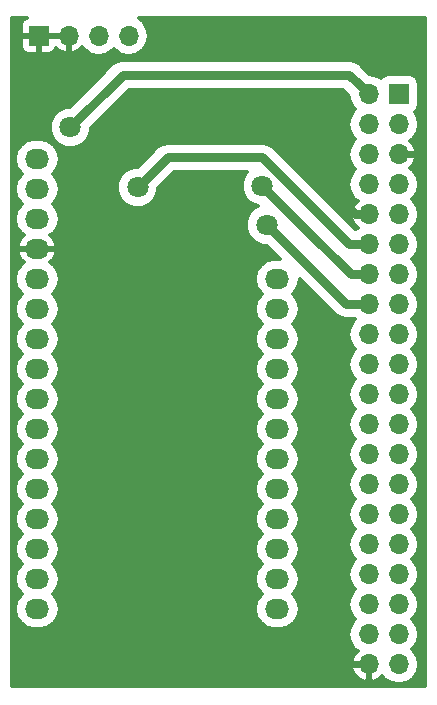
<source format=gbr>
G04 #@! TF.FileFunction,Copper,L1,Top,Signal*
%FSLAX46Y46*%
G04 Gerber Fmt 4.6, Leading zero omitted, Abs format (unit mm)*
G04 Created by KiCad (PCBNEW 4.0.7-e2-6376~58~ubuntu16.04.1) date Tue Oct 31 15:03:55 2017*
%MOMM*%
%LPD*%
G01*
G04 APERTURE LIST*
%ADD10C,0.100000*%
%ADD11O,2.032000X1.727200*%
%ADD12R,1.700000X1.700000*%
%ADD13O,1.700000X1.700000*%
%ADD14C,1.800000*%
%ADD15C,0.800000*%
%ADD16C,0.600000*%
%ADD17C,0.300000*%
G04 APERTURE END LIST*
D10*
D11*
X102108000Y-92837000D03*
X102108000Y-95377000D03*
X102108000Y-97917000D03*
X102108000Y-100457000D03*
X122428000Y-102997000D03*
X102108000Y-102997000D03*
X122428000Y-105537000D03*
X102108000Y-105537000D03*
X122428000Y-108077000D03*
X102108000Y-108077000D03*
X122428000Y-110617000D03*
X102108000Y-110617000D03*
X122428000Y-113157000D03*
X102108000Y-113157000D03*
X122428000Y-115697000D03*
X102108000Y-115697000D03*
X122428000Y-118237000D03*
X102108000Y-118237000D03*
X122428000Y-120777000D03*
X102108000Y-120777000D03*
X122428000Y-123317000D03*
X102108000Y-123317000D03*
X122428000Y-125857000D03*
X102108000Y-125857000D03*
X122428000Y-128397000D03*
X102108000Y-128397000D03*
X122428000Y-130937000D03*
X102108000Y-130937000D03*
D12*
X132715000Y-87376000D03*
D13*
X130175000Y-87376000D03*
X132715000Y-89916000D03*
X130175000Y-89916000D03*
X132715000Y-92456000D03*
X130175000Y-92456000D03*
X132715000Y-94996000D03*
X130175000Y-94996000D03*
X132715000Y-97536000D03*
X130175000Y-97536000D03*
X132715000Y-100076000D03*
X130175000Y-100076000D03*
X132715000Y-102616000D03*
X130175000Y-102616000D03*
X132715000Y-105156000D03*
X130175000Y-105156000D03*
X132715000Y-107696000D03*
X130175000Y-107696000D03*
X132715000Y-110236000D03*
X130175000Y-110236000D03*
X132715000Y-112776000D03*
X130175000Y-112776000D03*
X132715000Y-115316000D03*
X130175000Y-115316000D03*
X132715000Y-117856000D03*
X130175000Y-117856000D03*
X132715000Y-120396000D03*
X130175000Y-120396000D03*
X132715000Y-122936000D03*
X130175000Y-122936000D03*
X132715000Y-125476000D03*
X130175000Y-125476000D03*
X132715000Y-128016000D03*
X130175000Y-128016000D03*
X132715000Y-130556000D03*
X130175000Y-130556000D03*
X132715000Y-133096000D03*
X130175000Y-133096000D03*
X132715000Y-135636000D03*
X130175000Y-135636000D03*
D12*
X102235000Y-82423000D03*
D13*
X104775000Y-82423000D03*
X107315000Y-82423000D03*
X109855000Y-82423000D03*
D14*
X104902000Y-90170000D03*
X107315000Y-95250000D03*
X110617000Y-95250000D03*
X121153796Y-95123000D03*
X121539000Y-98425000D03*
D15*
X128524000Y-85725000D02*
X109347000Y-85725000D01*
X109347000Y-85725000D02*
X104902000Y-90170000D01*
X129325001Y-86526001D02*
X128524000Y-85725000D01*
X130175000Y-87376000D02*
X129325001Y-86526001D01*
X122241919Y-90805000D02*
X111760000Y-90805000D01*
X111760000Y-90805000D02*
X107315000Y-95250000D01*
X130175000Y-97536000D02*
X128972919Y-97536000D01*
X128972919Y-97536000D02*
X122241919Y-90805000D01*
X114935000Y-92710000D02*
X121158000Y-92710000D01*
X128524000Y-100076000D02*
X130175000Y-100076000D01*
X121158000Y-92710000D02*
X128524000Y-100076000D01*
X114300000Y-92710000D02*
X114935000Y-92710000D01*
X113157000Y-92710000D02*
X110617000Y-95250000D01*
X114935000Y-92710000D02*
X113157000Y-92710000D01*
X124714000Y-98683204D02*
X121153796Y-95123000D01*
X130175000Y-102616000D02*
X128646796Y-102616000D01*
X128646796Y-102616000D02*
X124714000Y-98683204D01*
X130175000Y-105156000D02*
X128270000Y-105156000D01*
X121539000Y-98425000D02*
X124587000Y-101473000D01*
X128270000Y-105156000D02*
X124587000Y-101473000D01*
D16*
X129921000Y-105156000D02*
X130175000Y-105156000D01*
D17*
G36*
X101012273Y-81015175D02*
X100827174Y-81200273D01*
X100727000Y-81442116D01*
X100727000Y-82154500D01*
X100891500Y-82319000D01*
X102131000Y-82319000D01*
X102131000Y-82299000D01*
X102339000Y-82299000D01*
X102339000Y-82319000D01*
X104671000Y-82319000D01*
X104671000Y-82299000D01*
X104879000Y-82299000D01*
X104879000Y-82319000D01*
X104899000Y-82319000D01*
X104899000Y-82527000D01*
X104879000Y-82527000D01*
X104879000Y-83762469D01*
X105113061Y-83892619D01*
X105575137Y-83701228D01*
X105922720Y-83373735D01*
X106112918Y-83658387D01*
X106664438Y-84026900D01*
X107315000Y-84156305D01*
X107965562Y-84026900D01*
X108517082Y-83658387D01*
X108585000Y-83556740D01*
X108652918Y-83658387D01*
X109204438Y-84026900D01*
X109855000Y-84156305D01*
X110505562Y-84026900D01*
X111057082Y-83658387D01*
X111425595Y-83106867D01*
X111555000Y-82456305D01*
X111555000Y-82389695D01*
X111425595Y-81739133D01*
X111057082Y-81187613D01*
X110679019Y-80935000D01*
X134965000Y-80935000D01*
X134965000Y-137505000D01*
X99985000Y-137505000D01*
X99985000Y-135974061D01*
X128705381Y-135974061D01*
X128896772Y-136436137D01*
X129300270Y-136864387D01*
X129836938Y-137105626D01*
X130071000Y-136975917D01*
X130071000Y-135740000D01*
X128835531Y-135740000D01*
X128705381Y-135974061D01*
X99985000Y-135974061D01*
X99985000Y-102997000D01*
X100205443Y-102997000D01*
X100335883Y-103652766D01*
X100707345Y-104208698D01*
X100794600Y-104267000D01*
X100707345Y-104325302D01*
X100335883Y-104881234D01*
X100205443Y-105537000D01*
X100335883Y-106192766D01*
X100707345Y-106748698D01*
X100794600Y-106807000D01*
X100707345Y-106865302D01*
X100335883Y-107421234D01*
X100205443Y-108077000D01*
X100335883Y-108732766D01*
X100707345Y-109288698D01*
X100794600Y-109347000D01*
X100707345Y-109405302D01*
X100335883Y-109961234D01*
X100205443Y-110617000D01*
X100335883Y-111272766D01*
X100707345Y-111828698D01*
X100794600Y-111887000D01*
X100707345Y-111945302D01*
X100335883Y-112501234D01*
X100205443Y-113157000D01*
X100335883Y-113812766D01*
X100707345Y-114368698D01*
X100794600Y-114427000D01*
X100707345Y-114485302D01*
X100335883Y-115041234D01*
X100205443Y-115697000D01*
X100335883Y-116352766D01*
X100707345Y-116908698D01*
X100794600Y-116967000D01*
X100707345Y-117025302D01*
X100335883Y-117581234D01*
X100205443Y-118237000D01*
X100335883Y-118892766D01*
X100707345Y-119448698D01*
X100794600Y-119507000D01*
X100707345Y-119565302D01*
X100335883Y-120121234D01*
X100205443Y-120777000D01*
X100335883Y-121432766D01*
X100707345Y-121988698D01*
X100794600Y-122047000D01*
X100707345Y-122105302D01*
X100335883Y-122661234D01*
X100205443Y-123317000D01*
X100335883Y-123972766D01*
X100707345Y-124528698D01*
X100794600Y-124587000D01*
X100707345Y-124645302D01*
X100335883Y-125201234D01*
X100205443Y-125857000D01*
X100335883Y-126512766D01*
X100707345Y-127068698D01*
X100794600Y-127127000D01*
X100707345Y-127185302D01*
X100335883Y-127741234D01*
X100205443Y-128397000D01*
X100335883Y-129052766D01*
X100707345Y-129608698D01*
X100794600Y-129667000D01*
X100707345Y-129725302D01*
X100335883Y-130281234D01*
X100205443Y-130937000D01*
X100335883Y-131592766D01*
X100707345Y-132148698D01*
X101263277Y-132520160D01*
X101919043Y-132650600D01*
X102296957Y-132650600D01*
X102952723Y-132520160D01*
X103508655Y-132148698D01*
X103880117Y-131592766D01*
X104010557Y-130937000D01*
X103880117Y-130281234D01*
X103508655Y-129725302D01*
X103421400Y-129667000D01*
X103508655Y-129608698D01*
X103880117Y-129052766D01*
X104010557Y-128397000D01*
X103880117Y-127741234D01*
X103508655Y-127185302D01*
X103421400Y-127127000D01*
X103508655Y-127068698D01*
X103880117Y-126512766D01*
X104010557Y-125857000D01*
X103880117Y-125201234D01*
X103508655Y-124645302D01*
X103421400Y-124587000D01*
X103508655Y-124528698D01*
X103880117Y-123972766D01*
X104010557Y-123317000D01*
X103880117Y-122661234D01*
X103508655Y-122105302D01*
X103421400Y-122047000D01*
X103508655Y-121988698D01*
X103880117Y-121432766D01*
X104010557Y-120777000D01*
X103880117Y-120121234D01*
X103508655Y-119565302D01*
X103421400Y-119507000D01*
X103508655Y-119448698D01*
X103880117Y-118892766D01*
X104010557Y-118237000D01*
X103880117Y-117581234D01*
X103508655Y-117025302D01*
X103421400Y-116967000D01*
X103508655Y-116908698D01*
X103880117Y-116352766D01*
X104010557Y-115697000D01*
X103880117Y-115041234D01*
X103508655Y-114485302D01*
X103421400Y-114427000D01*
X103508655Y-114368698D01*
X103880117Y-113812766D01*
X104010557Y-113157000D01*
X103880117Y-112501234D01*
X103508655Y-111945302D01*
X103421400Y-111887000D01*
X103508655Y-111828698D01*
X103880117Y-111272766D01*
X104010557Y-110617000D01*
X103880117Y-109961234D01*
X103508655Y-109405302D01*
X103421400Y-109347000D01*
X103508655Y-109288698D01*
X103880117Y-108732766D01*
X104010557Y-108077000D01*
X103880117Y-107421234D01*
X103508655Y-106865302D01*
X103421400Y-106807000D01*
X103508655Y-106748698D01*
X103880117Y-106192766D01*
X104010557Y-105537000D01*
X103880117Y-104881234D01*
X103508655Y-104325302D01*
X103421400Y-104267000D01*
X103508655Y-104208698D01*
X103880117Y-103652766D01*
X104010557Y-102997000D01*
X103880117Y-102341234D01*
X103508655Y-101785302D01*
X103227102Y-101597174D01*
X103464287Y-101391500D01*
X103730264Y-100859658D01*
X103743483Y-100797194D01*
X103613509Y-100561000D01*
X102212000Y-100561000D01*
X102212000Y-100581000D01*
X102004000Y-100581000D01*
X102004000Y-100561000D01*
X100602491Y-100561000D01*
X100472517Y-100797194D01*
X100485736Y-100859658D01*
X100751713Y-101391500D01*
X100988898Y-101597174D01*
X100707345Y-101785302D01*
X100335883Y-102341234D01*
X100205443Y-102997000D01*
X99985000Y-102997000D01*
X99985000Y-92837000D01*
X100205443Y-92837000D01*
X100335883Y-93492766D01*
X100707345Y-94048698D01*
X100794600Y-94107000D01*
X100707345Y-94165302D01*
X100335883Y-94721234D01*
X100205443Y-95377000D01*
X100335883Y-96032766D01*
X100707345Y-96588698D01*
X100794600Y-96647000D01*
X100707345Y-96705302D01*
X100335883Y-97261234D01*
X100205443Y-97917000D01*
X100335883Y-98572766D01*
X100707345Y-99128698D01*
X100988898Y-99316826D01*
X100751713Y-99522500D01*
X100485736Y-100054342D01*
X100472517Y-100116806D01*
X100602491Y-100353000D01*
X102004000Y-100353000D01*
X102004000Y-100333000D01*
X102212000Y-100333000D01*
X102212000Y-100353000D01*
X103613509Y-100353000D01*
X103743483Y-100116806D01*
X103730264Y-100054342D01*
X103464287Y-99522500D01*
X103227102Y-99316826D01*
X103508655Y-99128698D01*
X103880117Y-98572766D01*
X104010557Y-97917000D01*
X103880117Y-97261234D01*
X103508655Y-96705302D01*
X103421400Y-96647000D01*
X103508655Y-96588698D01*
X103880117Y-96032766D01*
X104010557Y-95377000D01*
X103880117Y-94721234D01*
X103508655Y-94165302D01*
X103421400Y-94107000D01*
X103508655Y-94048698D01*
X103880117Y-93492766D01*
X104010557Y-92837000D01*
X103880117Y-92181234D01*
X103508655Y-91625302D01*
X102952723Y-91253840D01*
X102296957Y-91123400D01*
X101919043Y-91123400D01*
X101263277Y-91253840D01*
X100707345Y-91625302D01*
X100335883Y-92181234D01*
X100205443Y-92837000D01*
X99985000Y-92837000D01*
X99985000Y-90516569D01*
X103151696Y-90516569D01*
X103417557Y-91160001D01*
X103909410Y-91652713D01*
X104552376Y-91919696D01*
X105248569Y-91920304D01*
X105892001Y-91654443D01*
X106384713Y-91162590D01*
X106651696Y-90519624D01*
X106651986Y-90187780D01*
X109864767Y-86975000D01*
X128006234Y-86975000D01*
X128441117Y-87409884D01*
X128441120Y-87409886D01*
X128450252Y-87419018D01*
X128571100Y-88026562D01*
X128939613Y-88578082D01*
X129041260Y-88646000D01*
X128939613Y-88713918D01*
X128571100Y-89265438D01*
X128441695Y-89916000D01*
X128571100Y-90566562D01*
X128939613Y-91118082D01*
X129041260Y-91186000D01*
X128939613Y-91253918D01*
X128571100Y-91805438D01*
X128441695Y-92456000D01*
X128571100Y-93106562D01*
X128939613Y-93658082D01*
X129041260Y-93726000D01*
X128939613Y-93793918D01*
X128571100Y-94345438D01*
X128441695Y-94996000D01*
X128571100Y-95646562D01*
X128939613Y-96198082D01*
X129224265Y-96388280D01*
X128896772Y-96735863D01*
X128705381Y-97197939D01*
X128835531Y-97432000D01*
X130071000Y-97432000D01*
X130071000Y-97412000D01*
X130279000Y-97412000D01*
X130279000Y-97432000D01*
X130299000Y-97432000D01*
X130299000Y-97640000D01*
X130279000Y-97640000D01*
X130279000Y-97660000D01*
X130071000Y-97660000D01*
X130071000Y-97640000D01*
X128835531Y-97640000D01*
X128705381Y-97874061D01*
X128896772Y-98336137D01*
X129224265Y-98683720D01*
X129029575Y-98813808D01*
X122041883Y-91826117D01*
X121636354Y-91555151D01*
X121158000Y-91460000D01*
X113157000Y-91460000D01*
X112758010Y-91539365D01*
X112678645Y-91555151D01*
X112273116Y-91826117D01*
X110599250Y-93499983D01*
X110270431Y-93499696D01*
X109626999Y-93765557D01*
X109134287Y-94257410D01*
X108867304Y-94900376D01*
X108866696Y-95596569D01*
X109132557Y-96240001D01*
X109624410Y-96732713D01*
X110267376Y-96999696D01*
X110963569Y-97000304D01*
X111607001Y-96734443D01*
X112099713Y-96242590D01*
X112366696Y-95599624D01*
X112366986Y-95267781D01*
X113674767Y-93960000D01*
X119841791Y-93960000D01*
X119671083Y-94130410D01*
X119404100Y-94773376D01*
X119403492Y-95469569D01*
X119669353Y-96113001D01*
X120161206Y-96605713D01*
X120758816Y-96853862D01*
X120548999Y-96940557D01*
X120056287Y-97432410D01*
X119789304Y-98075376D01*
X119788696Y-98771569D01*
X120054557Y-99415001D01*
X120546410Y-99907713D01*
X121189376Y-100174696D01*
X121521220Y-100174986D01*
X122632781Y-101286548D01*
X122616957Y-101283400D01*
X122239043Y-101283400D01*
X121583277Y-101413840D01*
X121027345Y-101785302D01*
X120655883Y-102341234D01*
X120525443Y-102997000D01*
X120655883Y-103652766D01*
X121027345Y-104208698D01*
X121114600Y-104267000D01*
X121027345Y-104325302D01*
X120655883Y-104881234D01*
X120525443Y-105537000D01*
X120655883Y-106192766D01*
X121027345Y-106748698D01*
X121114600Y-106807000D01*
X121027345Y-106865302D01*
X120655883Y-107421234D01*
X120525443Y-108077000D01*
X120655883Y-108732766D01*
X121027345Y-109288698D01*
X121114600Y-109347000D01*
X121027345Y-109405302D01*
X120655883Y-109961234D01*
X120525443Y-110617000D01*
X120655883Y-111272766D01*
X121027345Y-111828698D01*
X121114600Y-111887000D01*
X121027345Y-111945302D01*
X120655883Y-112501234D01*
X120525443Y-113157000D01*
X120655883Y-113812766D01*
X121027345Y-114368698D01*
X121114600Y-114427000D01*
X121027345Y-114485302D01*
X120655883Y-115041234D01*
X120525443Y-115697000D01*
X120655883Y-116352766D01*
X121027345Y-116908698D01*
X121114600Y-116967000D01*
X121027345Y-117025302D01*
X120655883Y-117581234D01*
X120525443Y-118237000D01*
X120655883Y-118892766D01*
X121027345Y-119448698D01*
X121114600Y-119507000D01*
X121027345Y-119565302D01*
X120655883Y-120121234D01*
X120525443Y-120777000D01*
X120655883Y-121432766D01*
X121027345Y-121988698D01*
X121114600Y-122047000D01*
X121027345Y-122105302D01*
X120655883Y-122661234D01*
X120525443Y-123317000D01*
X120655883Y-123972766D01*
X121027345Y-124528698D01*
X121114600Y-124587000D01*
X121027345Y-124645302D01*
X120655883Y-125201234D01*
X120525443Y-125857000D01*
X120655883Y-126512766D01*
X121027345Y-127068698D01*
X121114600Y-127127000D01*
X121027345Y-127185302D01*
X120655883Y-127741234D01*
X120525443Y-128397000D01*
X120655883Y-129052766D01*
X121027345Y-129608698D01*
X121114600Y-129667000D01*
X121027345Y-129725302D01*
X120655883Y-130281234D01*
X120525443Y-130937000D01*
X120655883Y-131592766D01*
X121027345Y-132148698D01*
X121583277Y-132520160D01*
X122239043Y-132650600D01*
X122616957Y-132650600D01*
X123272723Y-132520160D01*
X123828655Y-132148698D01*
X124200117Y-131592766D01*
X124330557Y-130937000D01*
X124200117Y-130281234D01*
X123828655Y-129725302D01*
X123741400Y-129667000D01*
X123828655Y-129608698D01*
X124200117Y-129052766D01*
X124330557Y-128397000D01*
X124200117Y-127741234D01*
X123828655Y-127185302D01*
X123741400Y-127127000D01*
X123828655Y-127068698D01*
X124200117Y-126512766D01*
X124330557Y-125857000D01*
X124200117Y-125201234D01*
X123828655Y-124645302D01*
X123741400Y-124587000D01*
X123828655Y-124528698D01*
X124200117Y-123972766D01*
X124330557Y-123317000D01*
X124200117Y-122661234D01*
X123828655Y-122105302D01*
X123741400Y-122047000D01*
X123828655Y-121988698D01*
X124200117Y-121432766D01*
X124330557Y-120777000D01*
X124200117Y-120121234D01*
X123828655Y-119565302D01*
X123741400Y-119507000D01*
X123828655Y-119448698D01*
X124200117Y-118892766D01*
X124330557Y-118237000D01*
X124200117Y-117581234D01*
X123828655Y-117025302D01*
X123741400Y-116967000D01*
X123828655Y-116908698D01*
X124200117Y-116352766D01*
X124330557Y-115697000D01*
X124200117Y-115041234D01*
X123828655Y-114485302D01*
X123741400Y-114427000D01*
X123828655Y-114368698D01*
X124200117Y-113812766D01*
X124330557Y-113157000D01*
X124200117Y-112501234D01*
X123828655Y-111945302D01*
X123741400Y-111887000D01*
X123828655Y-111828698D01*
X124200117Y-111272766D01*
X124330557Y-110617000D01*
X124200117Y-109961234D01*
X123828655Y-109405302D01*
X123741400Y-109347000D01*
X123828655Y-109288698D01*
X124200117Y-108732766D01*
X124330557Y-108077000D01*
X124200117Y-107421234D01*
X123828655Y-106865302D01*
X123741400Y-106807000D01*
X123828655Y-106748698D01*
X124200117Y-106192766D01*
X124330557Y-105537000D01*
X124200117Y-104881234D01*
X123828655Y-104325302D01*
X123741400Y-104267000D01*
X123828655Y-104208698D01*
X124200117Y-103652766D01*
X124330557Y-102997000D01*
X124327409Y-102981175D01*
X127386117Y-106039884D01*
X127784389Y-106306000D01*
X127791646Y-106310849D01*
X128270000Y-106406000D01*
X129011328Y-106406000D01*
X129041260Y-106426000D01*
X128939613Y-106493918D01*
X128571100Y-107045438D01*
X128441695Y-107696000D01*
X128571100Y-108346562D01*
X128939613Y-108898082D01*
X129041260Y-108966000D01*
X128939613Y-109033918D01*
X128571100Y-109585438D01*
X128441695Y-110236000D01*
X128571100Y-110886562D01*
X128939613Y-111438082D01*
X129041260Y-111506000D01*
X128939613Y-111573918D01*
X128571100Y-112125438D01*
X128441695Y-112776000D01*
X128571100Y-113426562D01*
X128939613Y-113978082D01*
X129041260Y-114046000D01*
X128939613Y-114113918D01*
X128571100Y-114665438D01*
X128441695Y-115316000D01*
X128571100Y-115966562D01*
X128939613Y-116518082D01*
X129041260Y-116586000D01*
X128939613Y-116653918D01*
X128571100Y-117205438D01*
X128441695Y-117856000D01*
X128571100Y-118506562D01*
X128939613Y-119058082D01*
X129041260Y-119126000D01*
X128939613Y-119193918D01*
X128571100Y-119745438D01*
X128441695Y-120396000D01*
X128571100Y-121046562D01*
X128939613Y-121598082D01*
X129041260Y-121666000D01*
X128939613Y-121733918D01*
X128571100Y-122285438D01*
X128441695Y-122936000D01*
X128571100Y-123586562D01*
X128939613Y-124138082D01*
X129041260Y-124206000D01*
X128939613Y-124273918D01*
X128571100Y-124825438D01*
X128441695Y-125476000D01*
X128571100Y-126126562D01*
X128939613Y-126678082D01*
X129041260Y-126746000D01*
X128939613Y-126813918D01*
X128571100Y-127365438D01*
X128441695Y-128016000D01*
X128571100Y-128666562D01*
X128939613Y-129218082D01*
X129041260Y-129286000D01*
X128939613Y-129353918D01*
X128571100Y-129905438D01*
X128441695Y-130556000D01*
X128571100Y-131206562D01*
X128939613Y-131758082D01*
X129041260Y-131826000D01*
X128939613Y-131893918D01*
X128571100Y-132445438D01*
X128441695Y-133096000D01*
X128571100Y-133746562D01*
X128939613Y-134298082D01*
X129224265Y-134488280D01*
X128896772Y-134835863D01*
X128705381Y-135297939D01*
X128835531Y-135532000D01*
X130071000Y-135532000D01*
X130071000Y-135512000D01*
X130279000Y-135512000D01*
X130279000Y-135532000D01*
X130299000Y-135532000D01*
X130299000Y-135740000D01*
X130279000Y-135740000D01*
X130279000Y-136975917D01*
X130513062Y-137105626D01*
X131049730Y-136864387D01*
X131311530Y-136586527D01*
X131479613Y-136838082D01*
X132031133Y-137206595D01*
X132681695Y-137336000D01*
X132748305Y-137336000D01*
X133398867Y-137206595D01*
X133950387Y-136838082D01*
X134318900Y-136286562D01*
X134448305Y-135636000D01*
X134318900Y-134985438D01*
X133950387Y-134433918D01*
X133848740Y-134366000D01*
X133950387Y-134298082D01*
X134318900Y-133746562D01*
X134448305Y-133096000D01*
X134318900Y-132445438D01*
X133950387Y-131893918D01*
X133848740Y-131826000D01*
X133950387Y-131758082D01*
X134318900Y-131206562D01*
X134448305Y-130556000D01*
X134318900Y-129905438D01*
X133950387Y-129353918D01*
X133848740Y-129286000D01*
X133950387Y-129218082D01*
X134318900Y-128666562D01*
X134448305Y-128016000D01*
X134318900Y-127365438D01*
X133950387Y-126813918D01*
X133848740Y-126746000D01*
X133950387Y-126678082D01*
X134318900Y-126126562D01*
X134448305Y-125476000D01*
X134318900Y-124825438D01*
X133950387Y-124273918D01*
X133848740Y-124206000D01*
X133950387Y-124138082D01*
X134318900Y-123586562D01*
X134448305Y-122936000D01*
X134318900Y-122285438D01*
X133950387Y-121733918D01*
X133848740Y-121666000D01*
X133950387Y-121598082D01*
X134318900Y-121046562D01*
X134448305Y-120396000D01*
X134318900Y-119745438D01*
X133950387Y-119193918D01*
X133848740Y-119126000D01*
X133950387Y-119058082D01*
X134318900Y-118506562D01*
X134448305Y-117856000D01*
X134318900Y-117205438D01*
X133950387Y-116653918D01*
X133848740Y-116586000D01*
X133950387Y-116518082D01*
X134318900Y-115966562D01*
X134448305Y-115316000D01*
X134318900Y-114665438D01*
X133950387Y-114113918D01*
X133848740Y-114046000D01*
X133950387Y-113978082D01*
X134318900Y-113426562D01*
X134448305Y-112776000D01*
X134318900Y-112125438D01*
X133950387Y-111573918D01*
X133848740Y-111506000D01*
X133950387Y-111438082D01*
X134318900Y-110886562D01*
X134448305Y-110236000D01*
X134318900Y-109585438D01*
X133950387Y-109033918D01*
X133848740Y-108966000D01*
X133950387Y-108898082D01*
X134318900Y-108346562D01*
X134448305Y-107696000D01*
X134318900Y-107045438D01*
X133950387Y-106493918D01*
X133848740Y-106426000D01*
X133950387Y-106358082D01*
X134318900Y-105806562D01*
X134448305Y-105156000D01*
X134318900Y-104505438D01*
X133950387Y-103953918D01*
X133848740Y-103886000D01*
X133950387Y-103818082D01*
X134318900Y-103266562D01*
X134448305Y-102616000D01*
X134318900Y-101965438D01*
X133950387Y-101413918D01*
X133848740Y-101346000D01*
X133950387Y-101278082D01*
X134318900Y-100726562D01*
X134448305Y-100076000D01*
X134318900Y-99425438D01*
X133950387Y-98873918D01*
X133848740Y-98806000D01*
X133950387Y-98738082D01*
X134318900Y-98186562D01*
X134448305Y-97536000D01*
X134318900Y-96885438D01*
X133950387Y-96333918D01*
X133848740Y-96266000D01*
X133950387Y-96198082D01*
X134318900Y-95646562D01*
X134448305Y-94996000D01*
X134318900Y-94345438D01*
X133950387Y-93793918D01*
X133665735Y-93603720D01*
X133993228Y-93256137D01*
X134184619Y-92794061D01*
X134054469Y-92560000D01*
X132819000Y-92560000D01*
X132819000Y-92580000D01*
X132611000Y-92580000D01*
X132611000Y-92560000D01*
X132591000Y-92560000D01*
X132591000Y-92352000D01*
X132611000Y-92352000D01*
X132611000Y-92332000D01*
X132819000Y-92332000D01*
X132819000Y-92352000D01*
X134054469Y-92352000D01*
X134184619Y-92117939D01*
X133993228Y-91655863D01*
X133665735Y-91308280D01*
X133950387Y-91118082D01*
X134318900Y-90566562D01*
X134448305Y-89916000D01*
X134318900Y-89265438D01*
X134078496Y-88905648D01*
X134169291Y-88847223D01*
X134363372Y-88563176D01*
X134431652Y-88226000D01*
X134431652Y-86526000D01*
X134372382Y-86211009D01*
X134186223Y-85921709D01*
X133902176Y-85727628D01*
X133565000Y-85659348D01*
X131865000Y-85659348D01*
X131550009Y-85718618D01*
X131260709Y-85904777D01*
X131181370Y-86020894D01*
X130858867Y-85805405D01*
X130251323Y-85684557D01*
X130208886Y-85642120D01*
X130208884Y-85642117D01*
X129407883Y-84841117D01*
X129002354Y-84570151D01*
X128524000Y-84475000D01*
X109347000Y-84475000D01*
X108868646Y-84570151D01*
X108463116Y-84841117D01*
X104884251Y-88419983D01*
X104555431Y-88419696D01*
X103911999Y-88685557D01*
X103419287Y-89177410D01*
X103152304Y-89820376D01*
X103151696Y-90516569D01*
X99985000Y-90516569D01*
X99985000Y-82691500D01*
X100727000Y-82691500D01*
X100727000Y-83403884D01*
X100827174Y-83645727D01*
X101012273Y-83830825D01*
X101254115Y-83931000D01*
X101966500Y-83931000D01*
X102131000Y-83766500D01*
X102131000Y-82527000D01*
X102339000Y-82527000D01*
X102339000Y-83766500D01*
X102503500Y-83931000D01*
X103215885Y-83931000D01*
X103457727Y-83830825D01*
X103642826Y-83645727D01*
X103719498Y-83460623D01*
X103974863Y-83701228D01*
X104436939Y-83892619D01*
X104671000Y-83762469D01*
X104671000Y-82527000D01*
X102339000Y-82527000D01*
X102131000Y-82527000D01*
X100891500Y-82527000D01*
X100727000Y-82691500D01*
X99985000Y-82691500D01*
X99985000Y-80935000D01*
X101205831Y-80935000D01*
X101012273Y-81015175D01*
X101012273Y-81015175D01*
G37*
X101012273Y-81015175D02*
X100827174Y-81200273D01*
X100727000Y-81442116D01*
X100727000Y-82154500D01*
X100891500Y-82319000D01*
X102131000Y-82319000D01*
X102131000Y-82299000D01*
X102339000Y-82299000D01*
X102339000Y-82319000D01*
X104671000Y-82319000D01*
X104671000Y-82299000D01*
X104879000Y-82299000D01*
X104879000Y-82319000D01*
X104899000Y-82319000D01*
X104899000Y-82527000D01*
X104879000Y-82527000D01*
X104879000Y-83762469D01*
X105113061Y-83892619D01*
X105575137Y-83701228D01*
X105922720Y-83373735D01*
X106112918Y-83658387D01*
X106664438Y-84026900D01*
X107315000Y-84156305D01*
X107965562Y-84026900D01*
X108517082Y-83658387D01*
X108585000Y-83556740D01*
X108652918Y-83658387D01*
X109204438Y-84026900D01*
X109855000Y-84156305D01*
X110505562Y-84026900D01*
X111057082Y-83658387D01*
X111425595Y-83106867D01*
X111555000Y-82456305D01*
X111555000Y-82389695D01*
X111425595Y-81739133D01*
X111057082Y-81187613D01*
X110679019Y-80935000D01*
X134965000Y-80935000D01*
X134965000Y-137505000D01*
X99985000Y-137505000D01*
X99985000Y-135974061D01*
X128705381Y-135974061D01*
X128896772Y-136436137D01*
X129300270Y-136864387D01*
X129836938Y-137105626D01*
X130071000Y-136975917D01*
X130071000Y-135740000D01*
X128835531Y-135740000D01*
X128705381Y-135974061D01*
X99985000Y-135974061D01*
X99985000Y-102997000D01*
X100205443Y-102997000D01*
X100335883Y-103652766D01*
X100707345Y-104208698D01*
X100794600Y-104267000D01*
X100707345Y-104325302D01*
X100335883Y-104881234D01*
X100205443Y-105537000D01*
X100335883Y-106192766D01*
X100707345Y-106748698D01*
X100794600Y-106807000D01*
X100707345Y-106865302D01*
X100335883Y-107421234D01*
X100205443Y-108077000D01*
X100335883Y-108732766D01*
X100707345Y-109288698D01*
X100794600Y-109347000D01*
X100707345Y-109405302D01*
X100335883Y-109961234D01*
X100205443Y-110617000D01*
X100335883Y-111272766D01*
X100707345Y-111828698D01*
X100794600Y-111887000D01*
X100707345Y-111945302D01*
X100335883Y-112501234D01*
X100205443Y-113157000D01*
X100335883Y-113812766D01*
X100707345Y-114368698D01*
X100794600Y-114427000D01*
X100707345Y-114485302D01*
X100335883Y-115041234D01*
X100205443Y-115697000D01*
X100335883Y-116352766D01*
X100707345Y-116908698D01*
X100794600Y-116967000D01*
X100707345Y-117025302D01*
X100335883Y-117581234D01*
X100205443Y-118237000D01*
X100335883Y-118892766D01*
X100707345Y-119448698D01*
X100794600Y-119507000D01*
X100707345Y-119565302D01*
X100335883Y-120121234D01*
X100205443Y-120777000D01*
X100335883Y-121432766D01*
X100707345Y-121988698D01*
X100794600Y-122047000D01*
X100707345Y-122105302D01*
X100335883Y-122661234D01*
X100205443Y-123317000D01*
X100335883Y-123972766D01*
X100707345Y-124528698D01*
X100794600Y-124587000D01*
X100707345Y-124645302D01*
X100335883Y-125201234D01*
X100205443Y-125857000D01*
X100335883Y-126512766D01*
X100707345Y-127068698D01*
X100794600Y-127127000D01*
X100707345Y-127185302D01*
X100335883Y-127741234D01*
X100205443Y-128397000D01*
X100335883Y-129052766D01*
X100707345Y-129608698D01*
X100794600Y-129667000D01*
X100707345Y-129725302D01*
X100335883Y-130281234D01*
X100205443Y-130937000D01*
X100335883Y-131592766D01*
X100707345Y-132148698D01*
X101263277Y-132520160D01*
X101919043Y-132650600D01*
X102296957Y-132650600D01*
X102952723Y-132520160D01*
X103508655Y-132148698D01*
X103880117Y-131592766D01*
X104010557Y-130937000D01*
X103880117Y-130281234D01*
X103508655Y-129725302D01*
X103421400Y-129667000D01*
X103508655Y-129608698D01*
X103880117Y-129052766D01*
X104010557Y-128397000D01*
X103880117Y-127741234D01*
X103508655Y-127185302D01*
X103421400Y-127127000D01*
X103508655Y-127068698D01*
X103880117Y-126512766D01*
X104010557Y-125857000D01*
X103880117Y-125201234D01*
X103508655Y-124645302D01*
X103421400Y-124587000D01*
X103508655Y-124528698D01*
X103880117Y-123972766D01*
X104010557Y-123317000D01*
X103880117Y-122661234D01*
X103508655Y-122105302D01*
X103421400Y-122047000D01*
X103508655Y-121988698D01*
X103880117Y-121432766D01*
X104010557Y-120777000D01*
X103880117Y-120121234D01*
X103508655Y-119565302D01*
X103421400Y-119507000D01*
X103508655Y-119448698D01*
X103880117Y-118892766D01*
X104010557Y-118237000D01*
X103880117Y-117581234D01*
X103508655Y-117025302D01*
X103421400Y-116967000D01*
X103508655Y-116908698D01*
X103880117Y-116352766D01*
X104010557Y-115697000D01*
X103880117Y-115041234D01*
X103508655Y-114485302D01*
X103421400Y-114427000D01*
X103508655Y-114368698D01*
X103880117Y-113812766D01*
X104010557Y-113157000D01*
X103880117Y-112501234D01*
X103508655Y-111945302D01*
X103421400Y-111887000D01*
X103508655Y-111828698D01*
X103880117Y-111272766D01*
X104010557Y-110617000D01*
X103880117Y-109961234D01*
X103508655Y-109405302D01*
X103421400Y-109347000D01*
X103508655Y-109288698D01*
X103880117Y-108732766D01*
X104010557Y-108077000D01*
X103880117Y-107421234D01*
X103508655Y-106865302D01*
X103421400Y-106807000D01*
X103508655Y-106748698D01*
X103880117Y-106192766D01*
X104010557Y-105537000D01*
X103880117Y-104881234D01*
X103508655Y-104325302D01*
X103421400Y-104267000D01*
X103508655Y-104208698D01*
X103880117Y-103652766D01*
X104010557Y-102997000D01*
X103880117Y-102341234D01*
X103508655Y-101785302D01*
X103227102Y-101597174D01*
X103464287Y-101391500D01*
X103730264Y-100859658D01*
X103743483Y-100797194D01*
X103613509Y-100561000D01*
X102212000Y-100561000D01*
X102212000Y-100581000D01*
X102004000Y-100581000D01*
X102004000Y-100561000D01*
X100602491Y-100561000D01*
X100472517Y-100797194D01*
X100485736Y-100859658D01*
X100751713Y-101391500D01*
X100988898Y-101597174D01*
X100707345Y-101785302D01*
X100335883Y-102341234D01*
X100205443Y-102997000D01*
X99985000Y-102997000D01*
X99985000Y-92837000D01*
X100205443Y-92837000D01*
X100335883Y-93492766D01*
X100707345Y-94048698D01*
X100794600Y-94107000D01*
X100707345Y-94165302D01*
X100335883Y-94721234D01*
X100205443Y-95377000D01*
X100335883Y-96032766D01*
X100707345Y-96588698D01*
X100794600Y-96647000D01*
X100707345Y-96705302D01*
X100335883Y-97261234D01*
X100205443Y-97917000D01*
X100335883Y-98572766D01*
X100707345Y-99128698D01*
X100988898Y-99316826D01*
X100751713Y-99522500D01*
X100485736Y-100054342D01*
X100472517Y-100116806D01*
X100602491Y-100353000D01*
X102004000Y-100353000D01*
X102004000Y-100333000D01*
X102212000Y-100333000D01*
X102212000Y-100353000D01*
X103613509Y-100353000D01*
X103743483Y-100116806D01*
X103730264Y-100054342D01*
X103464287Y-99522500D01*
X103227102Y-99316826D01*
X103508655Y-99128698D01*
X103880117Y-98572766D01*
X104010557Y-97917000D01*
X103880117Y-97261234D01*
X103508655Y-96705302D01*
X103421400Y-96647000D01*
X103508655Y-96588698D01*
X103880117Y-96032766D01*
X104010557Y-95377000D01*
X103880117Y-94721234D01*
X103508655Y-94165302D01*
X103421400Y-94107000D01*
X103508655Y-94048698D01*
X103880117Y-93492766D01*
X104010557Y-92837000D01*
X103880117Y-92181234D01*
X103508655Y-91625302D01*
X102952723Y-91253840D01*
X102296957Y-91123400D01*
X101919043Y-91123400D01*
X101263277Y-91253840D01*
X100707345Y-91625302D01*
X100335883Y-92181234D01*
X100205443Y-92837000D01*
X99985000Y-92837000D01*
X99985000Y-90516569D01*
X103151696Y-90516569D01*
X103417557Y-91160001D01*
X103909410Y-91652713D01*
X104552376Y-91919696D01*
X105248569Y-91920304D01*
X105892001Y-91654443D01*
X106384713Y-91162590D01*
X106651696Y-90519624D01*
X106651986Y-90187780D01*
X109864767Y-86975000D01*
X128006234Y-86975000D01*
X128441117Y-87409884D01*
X128441120Y-87409886D01*
X128450252Y-87419018D01*
X128571100Y-88026562D01*
X128939613Y-88578082D01*
X129041260Y-88646000D01*
X128939613Y-88713918D01*
X128571100Y-89265438D01*
X128441695Y-89916000D01*
X128571100Y-90566562D01*
X128939613Y-91118082D01*
X129041260Y-91186000D01*
X128939613Y-91253918D01*
X128571100Y-91805438D01*
X128441695Y-92456000D01*
X128571100Y-93106562D01*
X128939613Y-93658082D01*
X129041260Y-93726000D01*
X128939613Y-93793918D01*
X128571100Y-94345438D01*
X128441695Y-94996000D01*
X128571100Y-95646562D01*
X128939613Y-96198082D01*
X129224265Y-96388280D01*
X128896772Y-96735863D01*
X128705381Y-97197939D01*
X128835531Y-97432000D01*
X130071000Y-97432000D01*
X130071000Y-97412000D01*
X130279000Y-97412000D01*
X130279000Y-97432000D01*
X130299000Y-97432000D01*
X130299000Y-97640000D01*
X130279000Y-97640000D01*
X130279000Y-97660000D01*
X130071000Y-97660000D01*
X130071000Y-97640000D01*
X128835531Y-97640000D01*
X128705381Y-97874061D01*
X128896772Y-98336137D01*
X129224265Y-98683720D01*
X129029575Y-98813808D01*
X122041883Y-91826117D01*
X121636354Y-91555151D01*
X121158000Y-91460000D01*
X113157000Y-91460000D01*
X112758010Y-91539365D01*
X112678645Y-91555151D01*
X112273116Y-91826117D01*
X110599250Y-93499983D01*
X110270431Y-93499696D01*
X109626999Y-93765557D01*
X109134287Y-94257410D01*
X108867304Y-94900376D01*
X108866696Y-95596569D01*
X109132557Y-96240001D01*
X109624410Y-96732713D01*
X110267376Y-96999696D01*
X110963569Y-97000304D01*
X111607001Y-96734443D01*
X112099713Y-96242590D01*
X112366696Y-95599624D01*
X112366986Y-95267781D01*
X113674767Y-93960000D01*
X119841791Y-93960000D01*
X119671083Y-94130410D01*
X119404100Y-94773376D01*
X119403492Y-95469569D01*
X119669353Y-96113001D01*
X120161206Y-96605713D01*
X120758816Y-96853862D01*
X120548999Y-96940557D01*
X120056287Y-97432410D01*
X119789304Y-98075376D01*
X119788696Y-98771569D01*
X120054557Y-99415001D01*
X120546410Y-99907713D01*
X121189376Y-100174696D01*
X121521220Y-100174986D01*
X122632781Y-101286548D01*
X122616957Y-101283400D01*
X122239043Y-101283400D01*
X121583277Y-101413840D01*
X121027345Y-101785302D01*
X120655883Y-102341234D01*
X120525443Y-102997000D01*
X120655883Y-103652766D01*
X121027345Y-104208698D01*
X121114600Y-104267000D01*
X121027345Y-104325302D01*
X120655883Y-104881234D01*
X120525443Y-105537000D01*
X120655883Y-106192766D01*
X121027345Y-106748698D01*
X121114600Y-106807000D01*
X121027345Y-106865302D01*
X120655883Y-107421234D01*
X120525443Y-108077000D01*
X120655883Y-108732766D01*
X121027345Y-109288698D01*
X121114600Y-109347000D01*
X121027345Y-109405302D01*
X120655883Y-109961234D01*
X120525443Y-110617000D01*
X120655883Y-111272766D01*
X121027345Y-111828698D01*
X121114600Y-111887000D01*
X121027345Y-111945302D01*
X120655883Y-112501234D01*
X120525443Y-113157000D01*
X120655883Y-113812766D01*
X121027345Y-114368698D01*
X121114600Y-114427000D01*
X121027345Y-114485302D01*
X120655883Y-115041234D01*
X120525443Y-115697000D01*
X120655883Y-116352766D01*
X121027345Y-116908698D01*
X121114600Y-116967000D01*
X121027345Y-117025302D01*
X120655883Y-117581234D01*
X120525443Y-118237000D01*
X120655883Y-118892766D01*
X121027345Y-119448698D01*
X121114600Y-119507000D01*
X121027345Y-119565302D01*
X120655883Y-120121234D01*
X120525443Y-120777000D01*
X120655883Y-121432766D01*
X121027345Y-121988698D01*
X121114600Y-122047000D01*
X121027345Y-122105302D01*
X120655883Y-122661234D01*
X120525443Y-123317000D01*
X120655883Y-123972766D01*
X121027345Y-124528698D01*
X121114600Y-124587000D01*
X121027345Y-124645302D01*
X120655883Y-125201234D01*
X120525443Y-125857000D01*
X120655883Y-126512766D01*
X121027345Y-127068698D01*
X121114600Y-127127000D01*
X121027345Y-127185302D01*
X120655883Y-127741234D01*
X120525443Y-128397000D01*
X120655883Y-129052766D01*
X121027345Y-129608698D01*
X121114600Y-129667000D01*
X121027345Y-129725302D01*
X120655883Y-130281234D01*
X120525443Y-130937000D01*
X120655883Y-131592766D01*
X121027345Y-132148698D01*
X121583277Y-132520160D01*
X122239043Y-132650600D01*
X122616957Y-132650600D01*
X123272723Y-132520160D01*
X123828655Y-132148698D01*
X124200117Y-131592766D01*
X124330557Y-130937000D01*
X124200117Y-130281234D01*
X123828655Y-129725302D01*
X123741400Y-129667000D01*
X123828655Y-129608698D01*
X124200117Y-129052766D01*
X124330557Y-128397000D01*
X124200117Y-127741234D01*
X123828655Y-127185302D01*
X123741400Y-127127000D01*
X123828655Y-127068698D01*
X124200117Y-126512766D01*
X124330557Y-125857000D01*
X124200117Y-125201234D01*
X123828655Y-124645302D01*
X123741400Y-124587000D01*
X123828655Y-124528698D01*
X124200117Y-123972766D01*
X124330557Y-123317000D01*
X124200117Y-122661234D01*
X123828655Y-122105302D01*
X123741400Y-122047000D01*
X123828655Y-121988698D01*
X124200117Y-121432766D01*
X124330557Y-120777000D01*
X124200117Y-120121234D01*
X123828655Y-119565302D01*
X123741400Y-119507000D01*
X123828655Y-119448698D01*
X124200117Y-118892766D01*
X124330557Y-118237000D01*
X124200117Y-117581234D01*
X123828655Y-117025302D01*
X123741400Y-116967000D01*
X123828655Y-116908698D01*
X124200117Y-116352766D01*
X124330557Y-115697000D01*
X124200117Y-115041234D01*
X123828655Y-114485302D01*
X123741400Y-114427000D01*
X123828655Y-114368698D01*
X124200117Y-113812766D01*
X124330557Y-113157000D01*
X124200117Y-112501234D01*
X123828655Y-111945302D01*
X123741400Y-111887000D01*
X123828655Y-111828698D01*
X124200117Y-111272766D01*
X124330557Y-110617000D01*
X124200117Y-109961234D01*
X123828655Y-109405302D01*
X123741400Y-109347000D01*
X123828655Y-109288698D01*
X124200117Y-108732766D01*
X124330557Y-108077000D01*
X124200117Y-107421234D01*
X123828655Y-106865302D01*
X123741400Y-106807000D01*
X123828655Y-106748698D01*
X124200117Y-106192766D01*
X124330557Y-105537000D01*
X124200117Y-104881234D01*
X123828655Y-104325302D01*
X123741400Y-104267000D01*
X123828655Y-104208698D01*
X124200117Y-103652766D01*
X124330557Y-102997000D01*
X124327409Y-102981175D01*
X127386117Y-106039884D01*
X127784389Y-106306000D01*
X127791646Y-106310849D01*
X128270000Y-106406000D01*
X129011328Y-106406000D01*
X129041260Y-106426000D01*
X128939613Y-106493918D01*
X128571100Y-107045438D01*
X128441695Y-107696000D01*
X128571100Y-108346562D01*
X128939613Y-108898082D01*
X129041260Y-108966000D01*
X128939613Y-109033918D01*
X128571100Y-109585438D01*
X128441695Y-110236000D01*
X128571100Y-110886562D01*
X128939613Y-111438082D01*
X129041260Y-111506000D01*
X128939613Y-111573918D01*
X128571100Y-112125438D01*
X128441695Y-112776000D01*
X128571100Y-113426562D01*
X128939613Y-113978082D01*
X129041260Y-114046000D01*
X128939613Y-114113918D01*
X128571100Y-114665438D01*
X128441695Y-115316000D01*
X128571100Y-115966562D01*
X128939613Y-116518082D01*
X129041260Y-116586000D01*
X128939613Y-116653918D01*
X128571100Y-117205438D01*
X128441695Y-117856000D01*
X128571100Y-118506562D01*
X128939613Y-119058082D01*
X129041260Y-119126000D01*
X128939613Y-119193918D01*
X128571100Y-119745438D01*
X128441695Y-120396000D01*
X128571100Y-121046562D01*
X128939613Y-121598082D01*
X129041260Y-121666000D01*
X128939613Y-121733918D01*
X128571100Y-122285438D01*
X128441695Y-122936000D01*
X128571100Y-123586562D01*
X128939613Y-124138082D01*
X129041260Y-124206000D01*
X128939613Y-124273918D01*
X128571100Y-124825438D01*
X128441695Y-125476000D01*
X128571100Y-126126562D01*
X128939613Y-126678082D01*
X129041260Y-126746000D01*
X128939613Y-126813918D01*
X128571100Y-127365438D01*
X128441695Y-128016000D01*
X128571100Y-128666562D01*
X128939613Y-129218082D01*
X129041260Y-129286000D01*
X128939613Y-129353918D01*
X128571100Y-129905438D01*
X128441695Y-130556000D01*
X128571100Y-131206562D01*
X128939613Y-131758082D01*
X129041260Y-131826000D01*
X128939613Y-131893918D01*
X128571100Y-132445438D01*
X128441695Y-133096000D01*
X128571100Y-133746562D01*
X128939613Y-134298082D01*
X129224265Y-134488280D01*
X128896772Y-134835863D01*
X128705381Y-135297939D01*
X128835531Y-135532000D01*
X130071000Y-135532000D01*
X130071000Y-135512000D01*
X130279000Y-135512000D01*
X130279000Y-135532000D01*
X130299000Y-135532000D01*
X130299000Y-135740000D01*
X130279000Y-135740000D01*
X130279000Y-136975917D01*
X130513062Y-137105626D01*
X131049730Y-136864387D01*
X131311530Y-136586527D01*
X131479613Y-136838082D01*
X132031133Y-137206595D01*
X132681695Y-137336000D01*
X132748305Y-137336000D01*
X133398867Y-137206595D01*
X133950387Y-136838082D01*
X134318900Y-136286562D01*
X134448305Y-135636000D01*
X134318900Y-134985438D01*
X133950387Y-134433918D01*
X133848740Y-134366000D01*
X133950387Y-134298082D01*
X134318900Y-133746562D01*
X134448305Y-133096000D01*
X134318900Y-132445438D01*
X133950387Y-131893918D01*
X133848740Y-131826000D01*
X133950387Y-131758082D01*
X134318900Y-131206562D01*
X134448305Y-130556000D01*
X134318900Y-129905438D01*
X133950387Y-129353918D01*
X133848740Y-129286000D01*
X133950387Y-129218082D01*
X134318900Y-128666562D01*
X134448305Y-128016000D01*
X134318900Y-127365438D01*
X133950387Y-126813918D01*
X133848740Y-126746000D01*
X133950387Y-126678082D01*
X134318900Y-126126562D01*
X134448305Y-125476000D01*
X134318900Y-124825438D01*
X133950387Y-124273918D01*
X133848740Y-124206000D01*
X133950387Y-124138082D01*
X134318900Y-123586562D01*
X134448305Y-122936000D01*
X134318900Y-122285438D01*
X133950387Y-121733918D01*
X133848740Y-121666000D01*
X133950387Y-121598082D01*
X134318900Y-121046562D01*
X134448305Y-120396000D01*
X134318900Y-119745438D01*
X133950387Y-119193918D01*
X133848740Y-119126000D01*
X133950387Y-119058082D01*
X134318900Y-118506562D01*
X134448305Y-117856000D01*
X134318900Y-117205438D01*
X133950387Y-116653918D01*
X133848740Y-116586000D01*
X133950387Y-116518082D01*
X134318900Y-115966562D01*
X134448305Y-115316000D01*
X134318900Y-114665438D01*
X133950387Y-114113918D01*
X133848740Y-114046000D01*
X133950387Y-113978082D01*
X134318900Y-113426562D01*
X134448305Y-112776000D01*
X134318900Y-112125438D01*
X133950387Y-111573918D01*
X133848740Y-111506000D01*
X133950387Y-111438082D01*
X134318900Y-110886562D01*
X134448305Y-110236000D01*
X134318900Y-109585438D01*
X133950387Y-109033918D01*
X133848740Y-108966000D01*
X133950387Y-108898082D01*
X134318900Y-108346562D01*
X134448305Y-107696000D01*
X134318900Y-107045438D01*
X133950387Y-106493918D01*
X133848740Y-106426000D01*
X133950387Y-106358082D01*
X134318900Y-105806562D01*
X134448305Y-105156000D01*
X134318900Y-104505438D01*
X133950387Y-103953918D01*
X133848740Y-103886000D01*
X133950387Y-103818082D01*
X134318900Y-103266562D01*
X134448305Y-102616000D01*
X134318900Y-101965438D01*
X133950387Y-101413918D01*
X133848740Y-101346000D01*
X133950387Y-101278082D01*
X134318900Y-100726562D01*
X134448305Y-100076000D01*
X134318900Y-99425438D01*
X133950387Y-98873918D01*
X133848740Y-98806000D01*
X133950387Y-98738082D01*
X134318900Y-98186562D01*
X134448305Y-97536000D01*
X134318900Y-96885438D01*
X133950387Y-96333918D01*
X133848740Y-96266000D01*
X133950387Y-96198082D01*
X134318900Y-95646562D01*
X134448305Y-94996000D01*
X134318900Y-94345438D01*
X133950387Y-93793918D01*
X133665735Y-93603720D01*
X133993228Y-93256137D01*
X134184619Y-92794061D01*
X134054469Y-92560000D01*
X132819000Y-92560000D01*
X132819000Y-92580000D01*
X132611000Y-92580000D01*
X132611000Y-92560000D01*
X132591000Y-92560000D01*
X132591000Y-92352000D01*
X132611000Y-92352000D01*
X132611000Y-92332000D01*
X132819000Y-92332000D01*
X132819000Y-92352000D01*
X134054469Y-92352000D01*
X134184619Y-92117939D01*
X133993228Y-91655863D01*
X133665735Y-91308280D01*
X133950387Y-91118082D01*
X134318900Y-90566562D01*
X134448305Y-89916000D01*
X134318900Y-89265438D01*
X134078496Y-88905648D01*
X134169291Y-88847223D01*
X134363372Y-88563176D01*
X134431652Y-88226000D01*
X134431652Y-86526000D01*
X134372382Y-86211009D01*
X134186223Y-85921709D01*
X133902176Y-85727628D01*
X133565000Y-85659348D01*
X131865000Y-85659348D01*
X131550009Y-85718618D01*
X131260709Y-85904777D01*
X131181370Y-86020894D01*
X130858867Y-85805405D01*
X130251323Y-85684557D01*
X130208886Y-85642120D01*
X130208884Y-85642117D01*
X129407883Y-84841117D01*
X129002354Y-84570151D01*
X128524000Y-84475000D01*
X109347000Y-84475000D01*
X108868646Y-84570151D01*
X108463116Y-84841117D01*
X104884251Y-88419983D01*
X104555431Y-88419696D01*
X103911999Y-88685557D01*
X103419287Y-89177410D01*
X103152304Y-89820376D01*
X103151696Y-90516569D01*
X99985000Y-90516569D01*
X99985000Y-82691500D01*
X100727000Y-82691500D01*
X100727000Y-83403884D01*
X100827174Y-83645727D01*
X101012273Y-83830825D01*
X101254115Y-83931000D01*
X101966500Y-83931000D01*
X102131000Y-83766500D01*
X102131000Y-82527000D01*
X102339000Y-82527000D01*
X102339000Y-83766500D01*
X102503500Y-83931000D01*
X103215885Y-83931000D01*
X103457727Y-83830825D01*
X103642826Y-83645727D01*
X103719498Y-83460623D01*
X103974863Y-83701228D01*
X104436939Y-83892619D01*
X104671000Y-83762469D01*
X104671000Y-82527000D01*
X102339000Y-82527000D01*
X102131000Y-82527000D01*
X100891500Y-82527000D01*
X100727000Y-82691500D01*
X99985000Y-82691500D01*
X99985000Y-80935000D01*
X101205831Y-80935000D01*
X101012273Y-81015175D01*
M02*

</source>
